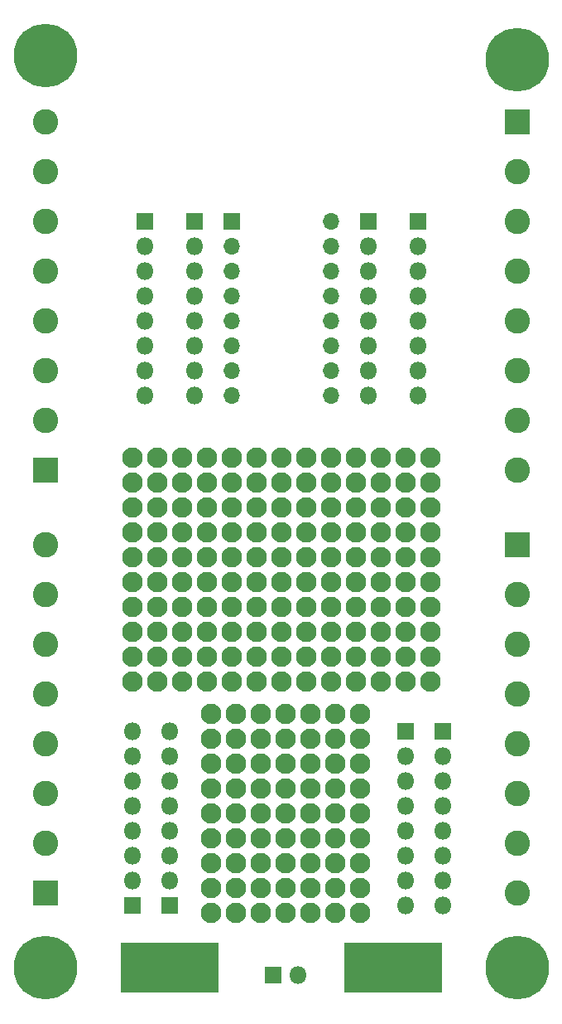
<source format=gbr>
%TF.GenerationSoftware,KiCad,Pcbnew,(5.1.6)-1*%
%TF.CreationDate,2021-07-16T15:07:44-04:00*%
%TF.ProjectId,ProbeMaster,50726f62-654d-4617-9374-65722e6b6963,rev?*%
%TF.SameCoordinates,Original*%
%TF.FileFunction,Soldermask,Top*%
%TF.FilePolarity,Negative*%
%FSLAX46Y46*%
G04 Gerber Fmt 4.6, Leading zero omitted, Abs format (unit mm)*
G04 Created by KiCad (PCBNEW (5.1.6)-1) date 2021-07-16 15:07:44*
%MOMM*%
%LPD*%
G01*
G04 APERTURE LIST*
%ADD10C,2.100000*%
%ADD11R,2.600000X2.600000*%
%ADD12C,2.600000*%
%ADD13R,10.100000X5.100000*%
%ADD14C,6.500000*%
%ADD15C,0.900000*%
%ADD16O,1.800000X1.800000*%
%ADD17R,1.800000X1.800000*%
%ADD18R,1.700000X1.700000*%
%ADD19O,1.700000X1.700000*%
G04 APERTURE END LIST*
D10*
%TO.C,*%
X199840000Y-136620000D03*
%TD*%
%TO.C,*%
X197300000Y-136620000D03*
%TD*%
%TO.C,*%
X194760000Y-136620000D03*
%TD*%
%TO.C,*%
X192220000Y-136620000D03*
%TD*%
%TO.C,*%
X189680000Y-136620000D03*
%TD*%
%TO.C,*%
X187140000Y-136620000D03*
%TD*%
%TO.C,*%
X184600000Y-136620000D03*
%TD*%
%TO.C,*%
X199840000Y-134080000D03*
%TD*%
%TO.C,*%
X197300000Y-134080000D03*
%TD*%
%TO.C,*%
X194760000Y-134080000D03*
%TD*%
%TO.C,*%
X192220000Y-134080000D03*
%TD*%
%TO.C,*%
X189680000Y-134080000D03*
%TD*%
%TO.C,*%
X187140000Y-134080000D03*
%TD*%
%TO.C,*%
X184600000Y-134080000D03*
%TD*%
%TO.C,*%
X199840000Y-131540000D03*
%TD*%
%TO.C,*%
X197300000Y-131540000D03*
%TD*%
%TO.C,*%
X194760000Y-131540000D03*
%TD*%
%TO.C,*%
X192220000Y-131540000D03*
%TD*%
%TO.C,*%
X189680000Y-131540000D03*
%TD*%
%TO.C,*%
X187140000Y-131540000D03*
%TD*%
%TO.C,*%
X184600000Y-131540000D03*
%TD*%
%TO.C,*%
X199840000Y-129000000D03*
%TD*%
%TO.C,*%
X197300000Y-129000000D03*
%TD*%
%TO.C,*%
X194760000Y-129000000D03*
%TD*%
%TO.C,*%
X192220000Y-129000000D03*
%TD*%
%TO.C,*%
X189680000Y-129000000D03*
%TD*%
%TO.C,*%
X187140000Y-129000000D03*
%TD*%
%TO.C,*%
X184600000Y-129000000D03*
%TD*%
%TO.C,*%
X199840000Y-126460000D03*
%TD*%
%TO.C,*%
X197300000Y-126460000D03*
%TD*%
%TO.C,*%
X194760000Y-126460000D03*
%TD*%
%TO.C,*%
X192220000Y-126460000D03*
%TD*%
%TO.C,*%
X189680000Y-126460000D03*
%TD*%
%TO.C,*%
X187140000Y-126460000D03*
%TD*%
%TO.C,*%
X184600000Y-126460000D03*
%TD*%
%TO.C,*%
X199840000Y-123920000D03*
%TD*%
%TO.C,*%
X197300000Y-123920000D03*
%TD*%
%TO.C,*%
X194760000Y-123920000D03*
%TD*%
%TO.C,*%
X192220000Y-123920000D03*
%TD*%
%TO.C,*%
X189680000Y-123920000D03*
%TD*%
%TO.C,*%
X187140000Y-123920000D03*
%TD*%
%TO.C,*%
X184600000Y-123920000D03*
%TD*%
%TO.C,*%
X199840000Y-121380000D03*
%TD*%
%TO.C,*%
X197300000Y-121380000D03*
%TD*%
%TO.C,*%
X194760000Y-121380000D03*
%TD*%
%TO.C,*%
X192220000Y-121380000D03*
%TD*%
%TO.C,*%
X189680000Y-121380000D03*
%TD*%
%TO.C,*%
X187140000Y-121380000D03*
%TD*%
%TO.C,*%
X184600000Y-121380000D03*
%TD*%
%TO.C,*%
X199840000Y-118840000D03*
%TD*%
%TO.C,*%
X197300000Y-118840000D03*
%TD*%
%TO.C,*%
X194760000Y-118840000D03*
%TD*%
%TO.C,*%
X192220000Y-118840000D03*
%TD*%
%TO.C,*%
X189680000Y-118840000D03*
%TD*%
%TO.C,*%
X187140000Y-118840000D03*
%TD*%
%TO.C,*%
X184600000Y-118840000D03*
%TD*%
%TO.C,*%
X199840000Y-116300000D03*
%TD*%
%TO.C,*%
X197300000Y-116300000D03*
%TD*%
%TO.C,*%
X194760000Y-116300000D03*
%TD*%
%TO.C,*%
X192220000Y-116300000D03*
%TD*%
%TO.C,*%
X189680000Y-116300000D03*
%TD*%
%TO.C,*%
X187140000Y-116300000D03*
%TD*%
%TO.C,*%
X184600000Y-116300000D03*
%TD*%
D11*
%TO.C,J5*%
X215900000Y-55880000D03*
D12*
X215900000Y-60960000D03*
X215900000Y-66040000D03*
X215900000Y-71120000D03*
X215900000Y-76200000D03*
X215900000Y-81280000D03*
X215900000Y-86360000D03*
X215900000Y-91440000D03*
%TD*%
D13*
%TO.C,GND*%
X203200000Y-142240000D03*
%TD*%
%TO.C,REF\u002A\u002A*%
X180340000Y-142240000D03*
%TD*%
D14*
%TO.C,REF\u002A\u002A*%
X167640000Y-142240000D03*
D15*
X170040000Y-142240000D03*
X169337056Y-143937056D03*
X167640000Y-144640000D03*
X165942944Y-143937056D03*
X165240000Y-142240000D03*
X165942944Y-140542944D03*
X167640000Y-139840000D03*
X169337056Y-140542944D03*
%TD*%
%TO.C,REF\u002A\u002A*%
X217597056Y-140542944D03*
X215900000Y-139840000D03*
X214202944Y-140542944D03*
X213500000Y-142240000D03*
X214202944Y-143937056D03*
X215900000Y-144640000D03*
X217597056Y-143937056D03*
X218300000Y-142240000D03*
D14*
X215900000Y-142240000D03*
%TD*%
%TO.C,REF\u002A\u002A*%
X215900000Y-49530000D03*
D15*
X218300000Y-49530000D03*
X217597056Y-51227056D03*
X215900000Y-51930000D03*
X214202944Y-51227056D03*
X213500000Y-49530000D03*
X214202944Y-47832944D03*
X215900000Y-47130000D03*
X217597056Y-47832944D03*
%TD*%
%TO.C,REF\u002A\u002A*%
X169337056Y-47405888D03*
X167640000Y-46702944D03*
X165942944Y-47405888D03*
X165240000Y-49102944D03*
X165942944Y-50800000D03*
X167640000Y-51502944D03*
X169337056Y-50800000D03*
X170040000Y-49102944D03*
D14*
X167640000Y-49102944D03*
%TD*%
D10*
%TO.C,*%
X207010000Y-113030000D03*
%TD*%
%TO.C,*%
X204470000Y-113030000D03*
%TD*%
%TO.C,*%
X201930000Y-113030000D03*
%TD*%
%TO.C,*%
X199390000Y-113030000D03*
%TD*%
%TO.C,*%
X196850000Y-113030000D03*
%TD*%
%TO.C,*%
X194310000Y-113030000D03*
%TD*%
%TO.C,*%
X191770000Y-113030000D03*
%TD*%
%TO.C,*%
X189230000Y-113030000D03*
%TD*%
%TO.C,*%
X186690000Y-113030000D03*
%TD*%
%TO.C,*%
X184150000Y-113030000D03*
%TD*%
%TO.C,*%
X181610000Y-113030000D03*
%TD*%
%TO.C,*%
X179070000Y-113030000D03*
%TD*%
%TO.C,*%
X176530000Y-113030000D03*
%TD*%
%TO.C,*%
X207010000Y-110490000D03*
%TD*%
%TO.C,*%
X204470000Y-110490000D03*
%TD*%
%TO.C,*%
X201930000Y-110490000D03*
%TD*%
%TO.C,*%
X199390000Y-110490000D03*
%TD*%
%TO.C,*%
X196850000Y-110490000D03*
%TD*%
%TO.C,*%
X194310000Y-110490000D03*
%TD*%
%TO.C,*%
X191770000Y-110490000D03*
%TD*%
%TO.C,*%
X189230000Y-110490000D03*
%TD*%
%TO.C,*%
X186690000Y-110490000D03*
%TD*%
%TO.C,*%
X184150000Y-110490000D03*
%TD*%
%TO.C,*%
X181610000Y-110490000D03*
%TD*%
%TO.C,*%
X179070000Y-110490000D03*
%TD*%
%TO.C,*%
X176530000Y-110490000D03*
%TD*%
%TO.C,*%
X207010000Y-107950000D03*
%TD*%
%TO.C,*%
X204470000Y-107950000D03*
%TD*%
%TO.C,*%
X201930000Y-107950000D03*
%TD*%
%TO.C,*%
X199390000Y-107950000D03*
%TD*%
%TO.C,*%
X196850000Y-107950000D03*
%TD*%
%TO.C,*%
X194310000Y-107950000D03*
%TD*%
%TO.C,*%
X191770000Y-107950000D03*
%TD*%
%TO.C,*%
X189230000Y-107950000D03*
%TD*%
%TO.C,*%
X186690000Y-107950000D03*
%TD*%
%TO.C,*%
X184150000Y-107950000D03*
%TD*%
%TO.C,*%
X181610000Y-107950000D03*
%TD*%
%TO.C,*%
X179070000Y-107950000D03*
%TD*%
%TO.C,*%
X176530000Y-107950000D03*
%TD*%
%TO.C,*%
X207010000Y-105410000D03*
%TD*%
%TO.C,*%
X204470000Y-105410000D03*
%TD*%
%TO.C,*%
X201930000Y-105410000D03*
%TD*%
%TO.C,*%
X199390000Y-105410000D03*
%TD*%
%TO.C,*%
X196850000Y-105410000D03*
%TD*%
%TO.C,*%
X194310000Y-105410000D03*
%TD*%
%TO.C,*%
X191770000Y-105410000D03*
%TD*%
%TO.C,*%
X189230000Y-105410000D03*
%TD*%
%TO.C,*%
X186690000Y-105410000D03*
%TD*%
%TO.C,*%
X184150000Y-105410000D03*
%TD*%
%TO.C,*%
X181610000Y-105410000D03*
%TD*%
%TO.C,*%
X179070000Y-105410000D03*
%TD*%
%TO.C,*%
X176530000Y-105410000D03*
%TD*%
%TO.C,*%
X207010000Y-102870000D03*
%TD*%
%TO.C,*%
X204470000Y-102870000D03*
%TD*%
%TO.C,*%
X201930000Y-102870000D03*
%TD*%
%TO.C,*%
X199390000Y-102870000D03*
%TD*%
%TO.C,*%
X196850000Y-102870000D03*
%TD*%
%TO.C,*%
X194310000Y-102870000D03*
%TD*%
%TO.C,*%
X191770000Y-102870000D03*
%TD*%
%TO.C,*%
X189230000Y-102870000D03*
%TD*%
%TO.C,*%
X186690000Y-102870000D03*
%TD*%
%TO.C,*%
X184150000Y-102870000D03*
%TD*%
%TO.C,*%
X181610000Y-102870000D03*
%TD*%
%TO.C,*%
X179070000Y-102870000D03*
%TD*%
%TO.C,*%
X176530000Y-102870000D03*
%TD*%
%TO.C,*%
X207010000Y-100330000D03*
%TD*%
%TO.C,*%
X204470000Y-100330000D03*
%TD*%
%TO.C,*%
X201930000Y-100330000D03*
%TD*%
%TO.C,*%
X199390000Y-100330000D03*
%TD*%
%TO.C,*%
X196850000Y-100330000D03*
%TD*%
%TO.C,*%
X194310000Y-100330000D03*
%TD*%
%TO.C,*%
X191770000Y-100330000D03*
%TD*%
%TO.C,*%
X189230000Y-100330000D03*
%TD*%
%TO.C,*%
X186690000Y-100330000D03*
%TD*%
%TO.C,*%
X184150000Y-100330000D03*
%TD*%
%TO.C,*%
X181610000Y-100330000D03*
%TD*%
%TO.C,*%
X179070000Y-100330000D03*
%TD*%
%TO.C,*%
X176530000Y-100330000D03*
%TD*%
%TO.C,*%
X207010000Y-97790000D03*
%TD*%
%TO.C,*%
X204470000Y-97790000D03*
%TD*%
%TO.C,*%
X201930000Y-97790000D03*
%TD*%
%TO.C,*%
X199390000Y-97790000D03*
%TD*%
%TO.C,*%
X196850000Y-97790000D03*
%TD*%
%TO.C,*%
X194310000Y-97790000D03*
%TD*%
%TO.C,*%
X191770000Y-97790000D03*
%TD*%
%TO.C,*%
X189230000Y-97790000D03*
%TD*%
%TO.C,*%
X186690000Y-97790000D03*
%TD*%
%TO.C,*%
X184150000Y-97790000D03*
%TD*%
%TO.C,*%
X181610000Y-97790000D03*
%TD*%
%TO.C,*%
X179070000Y-97790000D03*
%TD*%
%TO.C,*%
X176530000Y-97790000D03*
%TD*%
%TO.C,*%
X207010000Y-95250000D03*
%TD*%
%TO.C,*%
X204470000Y-95250000D03*
%TD*%
%TO.C,*%
X201930000Y-95250000D03*
%TD*%
%TO.C,*%
X199390000Y-95250000D03*
%TD*%
%TO.C,*%
X196850000Y-95250000D03*
%TD*%
%TO.C,*%
X194310000Y-95250000D03*
%TD*%
%TO.C,*%
X191770000Y-95250000D03*
%TD*%
%TO.C,*%
X189230000Y-95250000D03*
%TD*%
%TO.C,*%
X186690000Y-95250000D03*
%TD*%
%TO.C,*%
X184150000Y-95250000D03*
%TD*%
%TO.C,*%
X181610000Y-95250000D03*
%TD*%
%TO.C,*%
X179070000Y-95250000D03*
%TD*%
%TO.C,*%
X176530000Y-95250000D03*
%TD*%
%TO.C,*%
X207010000Y-92710000D03*
%TD*%
%TO.C,*%
X204470000Y-92710000D03*
%TD*%
%TO.C,*%
X201930000Y-92710000D03*
%TD*%
%TO.C,*%
X199390000Y-92710000D03*
%TD*%
%TO.C,*%
X196850000Y-92710000D03*
%TD*%
%TO.C,*%
X194310000Y-92710000D03*
%TD*%
%TO.C,*%
X191770000Y-92710000D03*
%TD*%
%TO.C,*%
X189230000Y-92710000D03*
%TD*%
%TO.C,*%
X186690000Y-92710000D03*
%TD*%
%TO.C,*%
X184150000Y-92710000D03*
%TD*%
%TO.C,*%
X181610000Y-92710000D03*
%TD*%
%TO.C,*%
X179070000Y-92710000D03*
%TD*%
%TO.C,*%
X176530000Y-92710000D03*
%TD*%
%TO.C,*%
X207010000Y-90170000D03*
%TD*%
%TO.C,*%
X204470000Y-90170000D03*
%TD*%
%TO.C,*%
X201930000Y-90170000D03*
%TD*%
%TO.C,*%
X199390000Y-90170000D03*
%TD*%
%TO.C,*%
X196850000Y-90170000D03*
%TD*%
%TO.C,*%
X194310000Y-90170000D03*
%TD*%
%TO.C,*%
X191770000Y-90170000D03*
%TD*%
%TO.C,*%
X189230000Y-90170000D03*
%TD*%
%TO.C,*%
X186690000Y-90170000D03*
%TD*%
%TO.C,*%
X184150000Y-90170000D03*
%TD*%
%TO.C,*%
X181610000Y-90170000D03*
%TD*%
%TO.C,*%
X179070000Y-90170000D03*
%TD*%
%TO.C,*%
X176530000Y-90170000D03*
%TD*%
D16*
%TO.C,J1*%
X182880000Y-83820000D03*
X182880000Y-81280000D03*
X182880000Y-78740000D03*
X182880000Y-76200000D03*
X182880000Y-73660000D03*
X182880000Y-71120000D03*
X182880000Y-68580000D03*
D17*
X182880000Y-66040000D03*
%TD*%
%TO.C,J2*%
X177800000Y-66040000D03*
D16*
X177800000Y-68580000D03*
X177800000Y-71120000D03*
X177800000Y-73660000D03*
X177800000Y-76200000D03*
X177800000Y-78740000D03*
X177800000Y-81280000D03*
X177800000Y-83820000D03*
%TD*%
%TO.C,J3*%
X200660000Y-83820000D03*
X200660000Y-81280000D03*
X200660000Y-78740000D03*
X200660000Y-76200000D03*
X200660000Y-73660000D03*
X200660000Y-71120000D03*
X200660000Y-68580000D03*
D17*
X200660000Y-66040000D03*
%TD*%
%TO.C,J4*%
X205740000Y-66040000D03*
D16*
X205740000Y-68580000D03*
X205740000Y-71120000D03*
X205740000Y-73660000D03*
X205740000Y-76200000D03*
X205740000Y-78740000D03*
X205740000Y-81280000D03*
X205740000Y-83820000D03*
%TD*%
D11*
%TO.C,J6*%
X215900000Y-99060000D03*
D12*
X215900000Y-104140000D03*
X215900000Y-109220000D03*
X215900000Y-114300000D03*
X215900000Y-119380000D03*
X215900000Y-124460000D03*
X215900000Y-129540000D03*
X215900000Y-134620000D03*
%TD*%
%TO.C,J7*%
X167640000Y-55880000D03*
X167640000Y-60960000D03*
X167640000Y-66040000D03*
X167640000Y-71120000D03*
X167640000Y-76200000D03*
X167640000Y-81280000D03*
X167640000Y-86360000D03*
D11*
X167640000Y-91440000D03*
%TD*%
D16*
%TO.C,J8*%
X208280000Y-135890000D03*
X208280000Y-133350000D03*
X208280000Y-130810000D03*
X208280000Y-128270000D03*
X208280000Y-125730000D03*
X208280000Y-123190000D03*
X208280000Y-120650000D03*
D17*
X208280000Y-118110000D03*
%TD*%
%TO.C,J9*%
X204470000Y-118110000D03*
D16*
X204470000Y-120650000D03*
X204470000Y-123190000D03*
X204470000Y-125730000D03*
X204470000Y-128270000D03*
X204470000Y-130810000D03*
X204470000Y-133350000D03*
X204470000Y-135890000D03*
%TD*%
D17*
%TO.C,J10*%
X180340000Y-135890000D03*
D16*
X180340000Y-133350000D03*
X180340000Y-130810000D03*
X180340000Y-128270000D03*
X180340000Y-125730000D03*
X180340000Y-123190000D03*
X180340000Y-120650000D03*
X180340000Y-118110000D03*
%TD*%
%TO.C,J11*%
X176530000Y-118110000D03*
X176530000Y-120650000D03*
X176530000Y-123190000D03*
X176530000Y-125730000D03*
X176530000Y-128270000D03*
X176530000Y-130810000D03*
X176530000Y-133350000D03*
D17*
X176530000Y-135890000D03*
%TD*%
D12*
%TO.C,J12*%
X167640000Y-99060000D03*
X167640000Y-104140000D03*
X167640000Y-109220000D03*
X167640000Y-114300000D03*
X167640000Y-119380000D03*
X167640000Y-124460000D03*
X167640000Y-129540000D03*
D11*
X167640000Y-134620000D03*
%TD*%
D18*
%TO.C,SW1*%
X186740800Y-66040000D03*
D19*
X196900800Y-83820000D03*
X186740800Y-68580000D03*
X196900800Y-81280000D03*
X186740800Y-71120000D03*
X196900800Y-78740000D03*
X186740800Y-73660000D03*
X196900800Y-76200000D03*
X186740800Y-76200000D03*
X196900800Y-73660000D03*
X186740800Y-78740000D03*
X196900800Y-71120000D03*
X186740800Y-81280000D03*
X196900800Y-68580000D03*
X186740800Y-83820000D03*
X196900800Y-66040000D03*
%TD*%
D17*
%TO.C,GND*%
X191000000Y-143000000D03*
D16*
X193540000Y-143000000D03*
%TD*%
M02*

</source>
